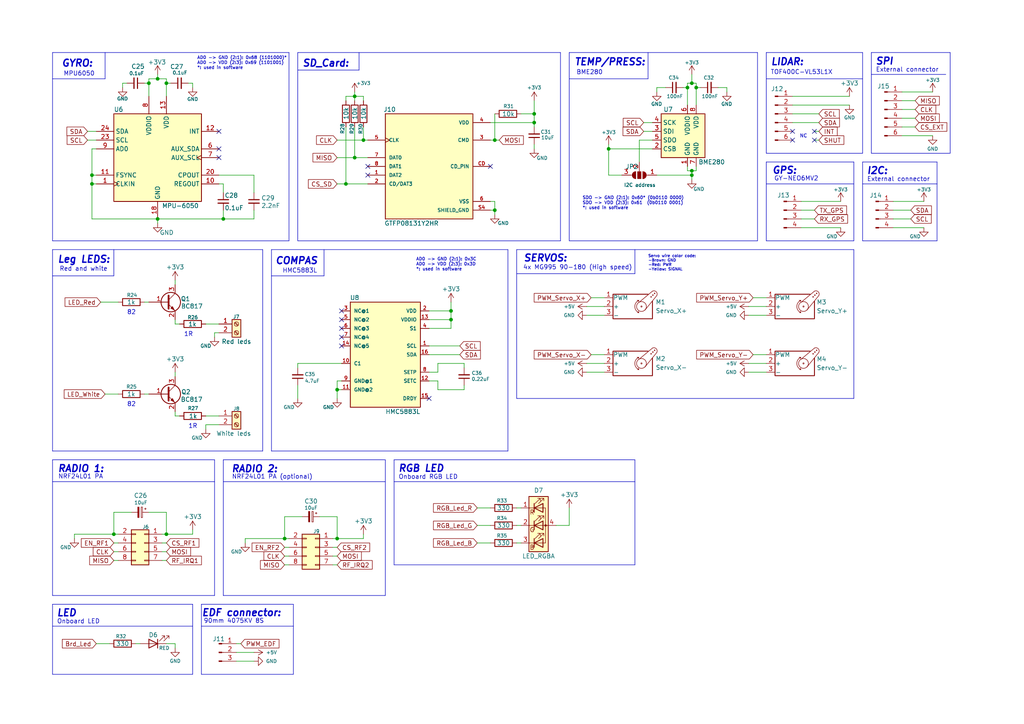
<source format=kicad_sch>
(kicad_sch (version 20231120) (generator "eeschema") (generator_version "8.0")
  (paper "A4")
  (title_block (date "2023-02-15") (rev "2.2"))
  (junction (at 105.41 40.64))
  (junction (at 97.79 156.21))
  (junction (at 201.93 25.4))
  (junction (at 200.66 50.8))
  (junction (at 200.66 24.13))
  (junction (at 26.67 50.8))
  (junction (at 200.66 49.53))
  (junction (at 154.94 33.02))
  (junction (at 100.33 53.34))
  (junction (at 43.18 24.13))
  (junction (at 48.26 154.94))
  (junction (at 176.53 43.18))
  (junction (at 48.26 24.13))
  (junction (at 143.51 40.64))
  (junction (at 26.67 53.34))
  (junction (at 102.87 45.72))
  (junction (at 82.55 156.21))
  (junction (at 143.51 60.96))
  (junction (at 97.79 113.03))
  (junction (at 130.81 92.71))
  (junction (at 154.94 35.56))
  (junction (at 130.81 90.17))
  (junction (at 199.39 25.4))
  (junction (at 102.87 27.94))
  (junction (at 45.72 63.5))
  (junction (at 33.02 154.94))
  (junction (at 64.77 63.5))
  (junction (at 45.72 22.86))
  (no_connect (at 99.06 100.33))
  (no_connect (at 106.68 48.26))
  (no_connect (at 236.22 38.1))
  (no_connect (at 236.22 40.64))
  (no_connect (at 63.5 43.18))
  (no_connect (at 124.46 115.57))
  (no_connect (at 99.06 90.17))
  (no_connect (at 142.24 48.26))
  (no_connect (at 106.68 50.8))
  (no_connect (at 99.06 97.79))
  (no_connect (at 63.5 38.1))
  (no_connect (at 229.87 40.64))
  (no_connect (at 99.06 95.25))
  (no_connect (at 99.06 92.71))
  (no_connect (at 229.87 38.1))
  (no_connect (at 63.5 45.72))
  (wire (pts (xy 232.41 58.42) (xy 243.84 58.42)))
  (wire (pts (xy 154.94 43.18) (xy 154.94 41.91)))
  (wire (pts (xy 62.23 97.79) (xy 62.23 96.52)))
  (wire (pts (xy 161.29 152.4) (xy 165.1 152.4)))
  (wire (pts (xy 50.8 92.71) (xy 50.8 93.98)))
  (wire (pts (xy 190.5 50.8) (xy 200.66 50.8)))
  (polyline (pts (xy 162.56 69.85) (xy 162.56 15.24)))
  (wire (pts (xy 99.06 110.49) (xy 97.79 110.49)))
  (wire (pts (xy 138.43 147.32) (xy 142.24 147.32)))
  (wire (pts (xy 55.88 25.4) (xy 55.88 24.13)))
  (wire (pts (xy 59.69 123.19) (xy 63.5 123.19)))
  (polyline (pts (xy 76.2 130.81) (xy 76.2 72.39)))
  (wire (pts (xy 62.23 96.52) (xy 63.5 96.52)))
  (wire (pts (xy 143.51 40.64) (xy 144.78 40.64)))
  (wire (pts (xy 198.12 25.4) (xy 199.39 25.4)))
  (wire (pts (xy 149.86 147.32) (xy 151.13 147.32)))
  (wire (pts (xy 21.59 154.94) (xy 33.02 154.94)))
  (polyline (pts (xy 222.25 15.24) (xy 222.25 44.45)))
  (wire (pts (xy 26.67 53.34) (xy 27.94 53.34)))
  (wire (pts (xy 130.81 95.25) (xy 130.81 92.71)))
  (polyline (pts (xy 149.86 72.39) (xy 247.65 72.39)))
  (polyline (pts (xy 85.09 181.61) (xy 85.09 195.58)))
  (polyline (pts (xy 83.82 69.85) (xy 15.24 69.85)))
  (wire (pts (xy 100.33 36.83) (xy 100.33 53.34)))
  (wire (pts (xy 48.26 186.69) (xy 50.8 186.69)))
  (wire (pts (xy 68.58 186.69) (xy 69.85 186.69)))
  (wire (pts (xy 55.88 153.67) (xy 55.88 154.94)))
  (wire (pts (xy 26.67 53.34) (xy 26.67 63.5)))
  (wire (pts (xy 199.39 48.26) (xy 199.39 49.53)))
  (wire (pts (xy 154.94 33.02) (xy 154.94 35.56)))
  (wire (pts (xy 21.59 156.21) (xy 21.59 154.94)))
  (wire (pts (xy 33.02 154.94) (xy 34.29 154.94)))
  (wire (pts (xy 102.87 27.94) (xy 105.41 27.94)))
  (polyline (pts (xy 58.42 175.26) (xy 85.09 175.26)))
  (wire (pts (xy 203.2 25.4) (xy 201.93 25.4)))
  (wire (pts (xy 97.79 149.86) (xy 97.79 156.21)))
  (polyline (pts (xy 165.1 15.24) (xy 165.1 69.85)))
  (wire (pts (xy 200.66 21.59) (xy 200.66 24.13)))
  (wire (pts (xy 48.26 154.94) (xy 55.88 154.94)))
  (polyline (pts (xy 114.3 133.35) (xy 184.15 133.35)))
  (wire (pts (xy 229.87 27.94) (xy 246.38 27.94)))
  (polyline (pts (xy 111.76 133.35) (xy 64.77 133.35)))
  (wire (pts (xy 48.26 22.86) (xy 48.26 24.13)))
  (wire (pts (xy 170.18 107.95) (xy 175.26 107.95)))
  (polyline (pts (xy 222.25 53.34) (xy 247.65 53.34)))
  (wire (pts (xy 259.08 60.96) (xy 264.16 60.96)))
  (wire (pts (xy 134.62 111.76) (xy 134.62 113.03)))
  (wire (pts (xy 170.18 105.41) (xy 175.26 105.41)))
  (polyline (pts (xy 93.98 80.01) (xy 93.98 72.39)))
  (polyline (pts (xy 83.82 15.24) (xy 83.82 69.85)))
  (polyline (pts (xy 33.02 80.01) (xy 33.02 72.39)))
  (polyline (pts (xy 219.71 15.24) (xy 219.71 69.85)))
  (polyline (pts (xy 247.65 46.99) (xy 247.65 69.85)))
  (polyline (pts (xy 15.24 130.81) (xy 76.2 130.81)))
  (wire (pts (xy 176.53 43.18) (xy 189.23 43.18)))
  (wire (pts (xy 97.79 40.64) (xy 105.41 40.64)))
  (wire (pts (xy 130.81 90.17) (xy 130.81 87.63)))
  (wire (pts (xy 33.02 148.59) (xy 38.1 148.59)))
  (wire (pts (xy 171.45 102.87) (xy 175.26 102.87)))
  (wire (pts (xy 232.41 63.5) (xy 236.22 63.5)))
  (wire (pts (xy 63.5 50.8) (xy 73.66 50.8)))
  (wire (pts (xy 97.79 110.49) (xy 97.79 113.03)))
  (wire (pts (xy 200.66 49.53) (xy 200.66 50.8)))
  (wire (pts (xy 261.62 31.75) (xy 265.43 31.75)))
  (wire (pts (xy 100.33 53.34) (xy 106.68 53.34)))
  (wire (pts (xy 176.53 43.18) (xy 176.53 50.8)))
  (wire (pts (xy 96.52 163.83) (xy 97.79 163.83)))
  (polyline (pts (xy 15.24 15.24) (xy 15.24 69.85)))
  (wire (pts (xy 200.66 24.13) (xy 199.39 24.13)))
  (wire (pts (xy 185.42 40.64) (xy 189.23 40.64)))
  (polyline (pts (xy 222.25 46.99) (xy 222.25 69.85)))
  (wire (pts (xy 190.5 26.67) (xy 190.5 25.4)))
  (wire (pts (xy 43.18 148.59) (xy 48.26 148.59)))
  (wire (pts (xy 176.53 50.8) (xy 180.34 50.8)))
  (wire (pts (xy 261.62 39.37) (xy 270.51 39.37)))
  (wire (pts (xy 201.93 24.13) (xy 200.66 24.13)))
  (wire (pts (xy 127 113.03) (xy 127 110.49)))
  (polyline (pts (xy 15.24 133.35) (xy 15.24 172.72)))
  (polyline (pts (xy 184.15 79.375) (xy 184.15 72.39)))
  (wire (pts (xy 97.79 156.21) (xy 105.41 156.21)))
  (wire (pts (xy 261.62 29.21) (xy 265.43 29.21)))
  (polyline (pts (xy 187.96 22.86) (xy 187.96 15.24)))
  (wire (pts (xy 201.93 49.53) (xy 201.93 48.26)))
  (polyline (pts (xy 149.86 79.375) (xy 184.15 79.375)))
  (polyline (pts (xy 85.09 181.61) (xy 85.09 175.26)))
  (wire (pts (xy 100.33 27.94) (xy 102.87 27.94)))
  (polyline (pts (xy 149.86 72.39) (xy 149.86 115.57)))
  (wire (pts (xy 151.13 33.02) (xy 154.94 33.02)))
  (wire (pts (xy 105.41 40.64) (xy 106.68 40.64)))
  (wire (pts (xy 201.93 25.4) (xy 201.93 24.13)))
  (polyline (pts (xy 86.36 20.32) (xy 104.14 20.32)))
  (polyline (pts (xy 252.73 15.24) (xy 252.73 44.45)))
  (wire (pts (xy 199.39 25.4) (xy 199.39 30.48)))
  (wire (pts (xy 236.22 40.64) (xy 237.49 40.64)))
  (wire (pts (xy 154.94 29.21) (xy 154.94 33.02)))
  (wire (pts (xy 64.77 53.34) (xy 64.77 55.88)))
  (wire (pts (xy 185.42 40.64) (xy 185.42 46.99)))
  (wire (pts (xy 261.62 34.29) (xy 265.43 34.29)))
  (wire (pts (xy 96.52 161.29) (xy 97.79 161.29)))
  (wire (pts (xy 170.18 91.44) (xy 175.26 91.44)))
  (polyline (pts (xy 165.1 22.86) (xy 187.96 22.86)))
  (wire (pts (xy 138.43 157.48) (xy 142.24 157.48)))
  (wire (pts (xy 97.79 113.03) (xy 99.06 113.03)))
  (polyline (pts (xy 104.14 20.32) (xy 104.14 15.24)))
  (polyline (pts (xy 55.88 195.58) (xy 55.88 175.26)))
  (polyline (pts (xy 247.65 115.57) (xy 149.86 115.57)))
  (polyline (pts (xy 184.15 163.83) (xy 184.15 133.35)))
  (wire (pts (xy 143.51 60.96) (xy 143.51 62.23)))
  (polyline (pts (xy 86.36 15.24) (xy 86.36 69.85)))
  (wire (pts (xy 124.46 100.33) (xy 133.35 100.33)))
  (polyline (pts (xy 15.24 15.24) (xy 83.82 15.24)))
  (wire (pts (xy 33.02 157.48) (xy 34.29 157.48)))
  (wire (pts (xy 127 105.41) (xy 134.62 105.41)))
  (wire (pts (xy 71.12 157.48) (xy 71.12 156.21)))
  (wire (pts (xy 142.24 60.96) (xy 143.51 60.96)))
  (wire (pts (xy 46.99 160.02) (xy 48.26 160.02)))
  (polyline (pts (xy 30.48 22.86) (xy 30.48 15.24)))
  (wire (pts (xy 97.79 53.34) (xy 100.33 53.34)))
  (wire (pts (xy 59.69 124.46) (xy 59.69 123.19)))
  (wire (pts (xy 208.28 25.4) (xy 210.82 25.4)))
  (polyline (pts (xy 165.1 69.85) (xy 219.71 69.85)))
  (polyline (pts (xy 15.24 175.26) (xy 15.24 195.58)))
  (polyline (pts (xy 250.19 46.99) (xy 271.78 46.99)))
  (wire (pts (xy 48.26 154.94) (xy 46.99 154.94)))
  (wire (pts (xy 199.39 49.53) (xy 200.66 49.53)))
  (wire (pts (xy 102.87 26.67) (xy 102.87 27.94)))
  (polyline (pts (xy 78.74 72.39) (xy 147.32 72.39)))
  (wire (pts (xy 63.5 53.34) (xy 64.77 53.34)))
  (wire (pts (xy 105.41 36.83) (xy 105.41 40.64)))
  (polyline (pts (xy 250.19 44.45) (xy 250.19 15.24)))
  (wire (pts (xy 143.51 33.02) (xy 143.51 40.64)))
  (wire (pts (xy 50.8 107.95) (xy 50.8 109.22)))
  (wire (pts (xy 124.46 107.95) (xy 127 107.95)))
  (wire (pts (xy 46.99 157.48) (xy 48.26 157.48)))
  (wire (pts (xy 82.55 161.29) (xy 83.82 161.29)))
  (wire (pts (xy 102.87 36.83) (xy 102.87 45.72)))
  (polyline (pts (xy 62.23 172.72) (xy 62.23 133.35)))
  (wire (pts (xy 26.67 63.5) (xy 45.72 63.5)))
  (polyline (pts (xy 15.24 80.01) (xy 33.02 80.01)))
  (polyline (pts (xy 247.65 69.85) (xy 222.25 69.85)))
  (wire (pts (xy 82.55 158.75) (xy 83.82 158.75)))
  (wire (pts (xy 199.39 24.13) (xy 199.39 25.4)))
  (polyline (pts (xy 58.42 195.58) (xy 85.09 195.58)))
  (wire (pts (xy 142.24 40.64) (xy 143.51 40.64)))
  (wire (pts (xy 43.18 24.13) (xy 43.18 22.86)))
  (wire (pts (xy 171.45 86.36) (xy 175.26 86.36)))
  (wire (pts (xy 45.72 22.86) (xy 48.26 22.86)))
  (polyline (pts (xy 114.3 163.83) (xy 184.15 163.83)))
  (wire (pts (xy 50.8 119.38) (xy 50.8 120.65)))
  (wire (pts (xy 124.46 102.87) (xy 133.35 102.87)))
  (wire (pts (xy 82.55 149.86) (xy 87.63 149.86)))
  (wire (pts (xy 73.66 60.96) (xy 73.66 63.5)))
  (wire (pts (xy 39.37 186.69) (xy 40.64 186.69)))
  (wire (pts (xy 176.53 41.91) (xy 176.53 43.18)))
  (wire (pts (xy 124.46 95.25) (xy 130.81 95.25)))
  (polyline (pts (xy 222.25 15.24) (xy 250.19 15.24)))
  (wire (pts (xy 138.43 152.4) (xy 142.24 152.4)))
  (polyline (pts (xy 15.24 22.86) (xy 30.48 22.86)))
  (wire (pts (xy 130.81 92.71) (xy 130.81 90.17)))
  (wire (pts (xy 142.24 35.56) (xy 154.94 35.56)))
  (polyline (pts (xy 219.71 15.24) (xy 165.1 15.24)))
  (wire (pts (xy 86.36 111.76) (xy 86.36 115.57)))
  (wire (pts (xy 142.24 58.42) (xy 143.51 58.42)))
  (wire (pts (xy 210.82 25.4) (xy 210.82 26.67)))
  (wire (pts (xy 43.18 22.86) (xy 45.72 22.86)))
  (wire (pts (xy 134.62 105.41) (xy 134.62 106.68)))
  (wire (pts (xy 27.94 43.18) (xy 26.67 43.18)))
  (polyline (pts (xy 76.2 72.39) (xy 15.24 72.39)))
  (wire (pts (xy 92.71 149.86) (xy 97.79 149.86)))
  (wire (pts (xy 154.94 35.56) (xy 154.94 36.83)))
  (wire (pts (xy 82.55 163.83) (xy 83.82 163.83)))
  (wire (pts (xy 27.94 186.69) (xy 31.75 186.69)))
  (wire (pts (xy 82.55 156.21) (xy 83.82 156.21)))
  (wire (pts (xy 97.79 113.03) (xy 97.79 115.57)))
  (wire (pts (xy 97.79 45.72) (xy 102.87 45.72)))
  (wire (pts (xy 218.44 102.87) (xy 222.25 102.87)))
  (polyline (pts (xy 86.36 69.85) (xy 162.56 69.85)))
  (wire (pts (xy 25.4 38.1) (xy 27.94 38.1)))
  (wire (pts (xy 26.67 43.18) (xy 26.67 50.8)))
  (polyline (pts (xy 247.65 72.39) (xy 247.65 115.57)))
  (wire (pts (xy 97.79 156.21) (xy 96.52 156.21)))
  (wire (pts (xy 26.67 50.8) (xy 26.67 53.34)))
  (wire (pts (xy 149.86 157.48) (xy 151.13 157.48)))
  (polyline (pts (xy 78.74 80.01) (xy 93.98 80.01)))
  (polyline (pts (xy 15.24 139.7) (xy 62.23 139.7)))
  (polyline (pts (xy 114.3 133.35) (xy 114.3 163.83)))
  (polyline (pts (xy 15.24 172.72) (xy 62.23 172.72)))
  (polyline (pts (xy 58.42 181.61) (xy 85.09 181.61)))
  (wire (pts (xy 64.77 63.5) (xy 73.66 63.5)))
  (wire (pts (xy 217.17 107.95) (xy 222.25 107.95)))
  (wire (pts (xy 30.48 114.3) (xy 34.29 114.3)))
  (wire (pts (xy 48.26 24.13) (xy 49.53 24.13)))
  (wire (pts (xy 229.87 30.48) (xy 246.38 30.48)))
  (wire (pts (xy 68.58 189.23) (xy 73.66 189.23)))
  (wire (pts (xy 50.8 93.98) (xy 52.07 93.98)))
  (wire (pts (xy 105.41 27.94) (xy 105.41 29.21)))
  (wire (pts (xy 102.87 45.72) (xy 106.68 45.72)))
  (wire (pts (xy 149.86 152.4) (xy 151.13 152.4)))
  (polyline (pts (xy 222.25 22.86) (xy 250.19 22.86)))
  (polyline (pts (xy 15.24 195.58) (xy 55.88 195.58)))
  (polyline (pts (xy 252.73 21.59) (xy 274.32 21.59)))
  (wire (pts (xy 200.66 52.07) (xy 200.66 50.8)))
  (wire (pts (xy 71.12 156.21) (xy 82.55 156.21)))
  (wire (pts (xy 33.02 148.59) (xy 33.02 154.94)))
  (wire (pts (xy 232.41 66.04) (xy 243.84 66.04)))
  (wire (pts (xy 170.18 88.9) (xy 175.26 88.9)))
  (polyline (pts (xy 78.74 72.39) (xy 78.74 130.81)))
  (wire (pts (xy 33.02 162.56) (xy 34.29 162.56)))
  (polyline (pts (xy 252.73 44.45) (xy 275.59 44.45)))
  (wire (pts (xy 186.69 38.1) (xy 189.23 38.1)))
  (wire (pts (xy 82.55 149.86) (xy 82.55 156.21)))
  (polyline (pts (xy 222.25 46.99) (xy 247.65 46.99)))
  (wire (pts (xy 86.36 105.41) (xy 99.06 105.41)))
  (wire (pts (xy 200.66 49.53) (xy 201.93 49.53)))
  (wire (pts (xy 50.8 120.65) (xy 52.07 120.65)))
  (wire (pts (xy 236.22 38.1) (xy 237.49 38.1)))
  (polyline (pts (xy 15.24 181.61) (xy 55.88 181.61)))
  (wire (pts (xy 232.41 60.96) (xy 236.22 60.96)))
  (polyline (pts (xy 111.76 172.72) (xy 111.76 133.35)))
  (polyline (pts (xy 250.19 53.34) (xy 271.78 53.34)))
  (wire (pts (xy 201.93 25.4) (xy 201.93 30.48)))
  (wire (pts (xy 261.62 36.83) (xy 265.43 36.83)))
  (polyline (pts (xy 15.24 72.39) (xy 15.24 130.81)))
  (wire (pts (xy 35.56 24.13) (xy 36.83 24.13)))
  (wire (pts (xy 25.4 40.64) (xy 27.94 40.64)))
  (wire (pts (xy 259.08 66.04) (xy 267.97 66.04)))
  (polyline (pts (xy 250.19 46.99) (xy 250.19 69.85)))
  (wire (pts (xy 29.21 87.63) (xy 34.29 87.63)))
  (wire (pts (xy 102.87 27.94) (xy 102.87 29.21)))
  (polyline (pts (xy 250.19 69.85) (xy 271.78 69.85)))
  (wire (pts (xy 48.26 148.59) (xy 48.26 154.94)))
  (wire (pts (xy 261.62 26.67) (xy 270.51 26.67)))
  (wire (pts (xy 127 107.95) (xy 127 105.41)))
  (wire (pts (xy 124.46 90.17) (xy 130.81 90.17)))
  (wire (pts (xy 50.8 186.69) (xy 50.8 187.96)))
  (wire (pts (xy 217.17 105.41) (xy 222.25 105.41)))
  (polyline (pts (xy 15.24 175.26) (xy 55.88 175.26)))
  (wire (pts (xy 127 110.49) (xy 124.46 110.49)))
  (wire (pts (xy 217.17 88.9) (xy 222.25 88.9)))
  (wire (pts (xy 96.52 158.75) (xy 97.79 158.75)))
  (polyline (pts (xy 64.77 172.72) (xy 111.76 172.72)))
  (wire (pts (xy 41.91 87.63) (xy 43.18 87.63)))
  (polyline (pts (xy 162.56 15.24) (xy 86.36 15.24)))
  (polyline (pts (xy 62.23 133.35) (xy 15.24 133.35)))
  (wire (pts (xy 64.77 60.96) (xy 64.77 63.5)))
  (wire (pts (xy 41.91 114.3) (xy 43.18 114.3)))
  (polyline (pts (xy 64.77 133.35) (xy 64.77 172.72)))
  (wire (pts (xy 134.62 113.03) (xy 127 113.03)))
  (polyline (pts (xy 275.59 44.45) (xy 275.59 15.24)))
  (wire (pts (xy 186.69 35.56) (xy 189.23 35.56)))
  (polyline (pts (xy 252.73 15.24) (xy 275.59 15.24)))
  (wire (pts (xy 259.08 58.42) (xy 267.97 58.42)))
  (polyline (pts (xy 271.78 69.85) (xy 271.78 46.99)))
  (wire (pts (xy 45.72 21.59) (xy 45.72 22.86)))
  (wire (pts (xy 43.18 24.13) (xy 43.18 27.94)))
  (wire (pts (xy 48.26 24.13) (xy 48.26 27.94)))
  (wire (pts (xy 54.61 24.13) (xy 55.88 24.13)))
  (wire (pts (xy 35.56 24.13) (xy 35.56 25.4)))
  (wire (pts (xy 73.66 50.8) (xy 73.66 55.88)))
  (wire (pts (xy 27.94 50.8) (xy 26.67 50.8)))
  (wire (pts (xy 68.58 191.77) (xy 73.66 191.77)))
  (wire (pts (xy 59.69 120.65) (xy 63.5 120.65)))
  (polyline (pts (xy 114.3 139.7) (xy 184.15 139.7)))
  (wire (pts (xy 124.46 92.71) (xy 130.81 92.71)))
  (wire (pts (xy 46.99 162.56) (xy 48.26 162.56)))
  (wire (pts (xy 229.87 35.56) (xy 237.49 35.56)))
  (wire (pts (xy 50.8 81.28) (xy 50.8 82.55)))
  (polyline (pts (xy 147.32 72.39) (xy 147.32 130.81)))
  (wire (pts (xy 59.69 93.98) (xy 63.5 93.98)))
  (wire (pts (xy 229.87 33.02) (xy 237.49 33.02)))
  (polyline (pts (xy 64.77 139.7) (xy 111.76 139.7)))
  (wire (pts (xy 41.91 24.13) (xy 43.18 24.13)))
  (wire (pts (xy 190.5 25.4) (xy 193.04 25.4)))
  (wire (pts (xy 86.36 106.68) (xy 86.36 105.41)))
  (polyline (pts (xy 147.32 130.81) (xy 78.74 130.81)))
  (wire (pts (xy 165.1 147.32) (xy 165.1 152.4)))
  (wire (pts (xy 100.33 27.94) (xy 100.33 29.21)))
  (wire (pts (xy 218.44 86.36) (xy 222.25 86.36)))
  (wire (pts (xy 33.02 160.02) (xy 34.29 160.02)))
  (wire (pts (xy 143.51 58.42) (xy 143.51 60.96)))
  (wire (pts (xy 217.17 91.44) (xy 222.25 91.44)))
  (wire (pts (xy 259.08 63.5) (xy 264.16 63.5)))
  (polyline (pts (xy 58.42 175.26) (xy 58.42 195.58)))
  (wire (pts (xy 45.72 63.5) (xy 64.77 63.5)))
  (polyline (pts (xy 222.25 44.45) (xy 250.19 44.45)))
  (wire (pts (xy 45.72 63.5) (xy 45.72 64.77)))
  (wire (pts (xy 105.41 156.21) (xy 105.41 154.94)))
  (text "COMPAS" (at 79.756 76.962 0) (effects (font (size 2 2) (thickness 0.4) (bold yes) (italic yes)) (justify left bottom)))
  (text "Red and white" (at 17.2477 78.8545 0) (effects (font (size 1.27 1.27)) (justify left bottom)))
  (text "Leg LEDS:" (at 16.6127 76.5615 0) (effects (font (size 2 2) (thickness 0.4) (bold yes) (italic yes)) (justify left bottom)))
  (text "GYRO:" (at 17.78 19.685 0) (effects (font (size 2 2) (thickness 0.4) (bold yes) (italic yes)) (justify left bottom)))
  (text "External connector" (at 254.0039 21.0954 0) (effects (font (size 1.27 1.27)) (justify left bottom)))
  (text "90mm 4075KV 8S" (at 59.055 180.975 0) (effects (font (size 1.27 1.27)) (justify left bottom)))
  (text "SPI" (at 253.8608 19.0924 0) (effects (font (size 2 2) (thickness 0.4) (bold yes) (italic yes)) (justify left bottom)))
  (text "1R" (at 53.34 97.79 0) (effects (font (size 1.27 1.27)) (justify left bottom)))
  (text "AD0 -> GND (2:1): 0x3C\nAD0 -> VDD (2:3): 0x3D\n*: used in software" (at 120.65 78.74 0) (effects (font (size 0.9 0.9)) (justify left bottom)))
  (text "I2C:" (at 251.3208 50.8424 0) (effects (font (size 2 2) (thickness 0.4) (bold yes) (italic yes)) (justify left bottom)))
  (text "TOF400C-VL53L1X" (at 223.4847 21.8055 0) (effects (font (size 1.27 1.27)) (justify left bottom)))
  (text "Onboard RGB LED" (at 115.5739 139.2054 0) (effects (font (size 1.27 1.27)) (justify left bottom)))
  (text "GY-NEO6MV2" (at 224.5103 52.6573 0) (effects (font (size 1.27 1.27)) (justify left bottom)))
  (text "TEMP/PRESS:" (at 166.5293 19.3008 0) (effects (font (size 2 2) (thickness 0.4) (bold yes) (italic yes)) (justify left bottom)))
  (text "AD0 -> GND (2:1): 0x68 (1101000)*\nAD0 -> VDD (2:3): 0x69 (1101001)\n*: used in software" (at 57.15 20.32 0) (effects (font (size 0.9 0.9)) (justify left bottom)))
  (text "82" (at 36.83 91.44 0) (effects (font (size 1.27 1.27)) (justify left bottom)))
  (text "SERVOS:\n" (at 151.765 76.2 0) (effects (font (size 2 2) (thickness 0.4) (bold yes) (italic yes)) (justify left bottom)))
  (text "82" (at 36.83 118.11 0) (effects (font (size 1.27 1.27)) (justify left bottom)))
  (text "4x MG995 90-180 (High speed)" (at 151.6896 78.4294 0) (effects (font (size 1.27 1.27)) (justify left bottom)))
  (text "NRF24L01 PA" (at 16.8606 139.0903 0) (effects (font (size 1.27 1.27)) (justify left bottom)))
  (text "LED" (at 16.3708 179.1124 0) (effects (font (size 2 2) (thickness 0.4) (bold yes) (italic yes)) (justify left bottom)))
  (text "RADIO 1:" (at 16.654 137.2745 0) (effects (font (size 2 2) (thickness 0.4) (bold yes) (italic yes)) (justify left bottom)))
  (text "LIDAR:" (at 223.4847 19.2655 0) (effects (font (size 2 2) (thickness 0.4) (bold yes) (italic yes)) (justify left bottom)))
  (text "Onboard LED" (at 16.5139 181.1154 0) (effects (font (size 1.27 1.27)) (justify left bottom)))
  (text "External connector" (at 251.4639 52.8454 0) (effects (font (size 1.27 1.27)) (justify left bottom)))
  (text "NC" (at 231.931 40.1621 0) (effects (font (size 1 1)) (justify left bottom)))
  (text "HMC5883L" (at 81.915 79.375 0) (effects (font (size 1.27 1.27)) (justify left bottom)))
  (text "RGB LED" (at 115.4308 137.2024 0) (effects (font (size 2 2) (thickness 0.4) (bold yes) (italic yes)) (justify left bottom)))
  (text "SD_Card:" (at 87.63 19.685 0) (effects (font (size 2 2) (thickness 0.4) (bold yes) (italic yes)) (justify left bottom)))
  (text "EDF connector:" (at 58.42 179.07 0) (effects (font (size 2 2) (thickness 0.4) (bold yes) (italic yes)) (justify left bottom)))
  (text "NRF24L01 PA (optional)" (at 67.2376 139.1541 0) (effects (font (size 1.27 1.27)) (justify left bottom)))
  (text "Servo wire color code:\n-Brown: GND\n-Red: PWR\n-Yellow: SIGNAL" (at 187.96 78.74 0) (effects (font (size 0.8 0.8)) (justify left bottom)))
  (text "GPS:" (at 223.8753 50.7517 0) (effects (font (size 2 2) (thickness 0.4) (bold yes) (italic yes)) (justify left bottom)))
  (text "SDO -> GND (2:1): 0x60* (0b0110 0000)\nSDO -> VDD (2:3): 0x61  (0b0110 0001)\n*: used in software" (at 168.91 60.96 0) (effects (font (size 0.9 0.9)) (justify left bottom)))
  (text "MPU6050" (at 18.415 22.225 0) (effects (font (size 1.27 1.27)) (justify left bottom)))
  (text "1R" (at 54.61 124.46 0) (effects (font (size 1.27 1.27)) (justify left bottom)))
  (text "BME280" (at 167.1643 21.8408 0) (effects (font (size 1.27 1.27)) (justify left bottom)))
  (text "RADIO 2:" (at 67.031 137.3383 0) (effects (font (size 2 2) (thickness 0.4) (bold yes) (italic yes)) (justify left bottom)))
  (global_label "PWM_Servo_X-" (shape input) (at 171.45 102.87 180) (property "Intersheetrefs" "${INTERSHEET_REFS}" (effects (hide yes))))
  (global_label "SCL" (shape input) (at 133.35 100.33 0) (property "Intersheetrefs" "${INTERSHEET_REFS}" (effects (hide yes))))
  (global_label "RGB_Led_G" (shape input) (at 138.43 152.4 180) (property "Intersheetrefs" "${INTERSHEET_REFS}" (effects (hide yes))))
  (global_label "MISO" (shape input) (at 97.79 45.72 180) (property "Intersheetrefs" "${INTERSHEET_REFS}" (effects (hide yes))))
  (global_label "CS_SD" (shape input) (at 97.79 53.34 180) (property "Intersheetrefs" "${INTERSHEET_REFS}" (effects (hide yes))))
  (global_label "CLK" (shape input) (at 265.43 31.75 0) (property "Intersheetrefs" "${INTERSHEET_REFS}" (effects (hide yes))))
  (global_label "SDA" (shape input) (at 133.35 102.87 0) (property "Intersheetrefs" "${INTERSHEET_REFS}" (effects (hide yes))))
  (global_label "TX_GPS" (shape input) (at 236.22 60.96 0) (property "Intersheetrefs" "${INTERSHEET_REFS}" (effects (hide yes))))
  (global_label "RF_IRQ1" (shape input) (at 48.26 162.56 0) (property "Intersheetrefs" "${INTERSHEET_REFS}" (effects (hide yes))))
  (global_label "SDA" (shape input) (at 186.69 38.1 180) (property "Intersheetrefs" "${INTERSHEET_REFS}" (effects (hide yes))))
  (global_label "EN_RF1" (shape input) (at 33.02 157.48 180) (property "Intersheetrefs" "${INTERSHEET_REFS}" (effects (hide yes))))
  (global_label "CS_EXT" (shape input) (at 265.43 36.83 0) (property "Intersheetrefs" "${INTERSHEET_REFS}" (effects (hide yes))))
  (global_label "MOSI" (shape input) (at 48.26 160.02 0) (property "Intersheetrefs" "${INTERSHEET_REFS}" (effects (hide yes))))
  (global_label "SCL" (shape input) (at 237.49 33.02 0) (property "Intersheetrefs" "${INTERSHEET_REFS}" (effects (hide yes))))
  (global_label "MOSI" (shape input) (at 144.78 40.64 0) (property "Intersheetrefs" "${INTERSHEET_REFS}" (effects (hide yes))))
  (global_label "SCL" (shape input) (at 264.16 63.5 0) (property "Intersheetrefs" "${INTERSHEET_REFS}" (effects (hide yes))))
  (global_label "MISO" (shape input) (at 82.55 163.83 180) (property "Intersheetrefs" "${INTERSHEET_REFS}" (effects (hide yes))))
  (global_label "MISO" (shape input) (at 265.43 29.21 0) (property "Intersheetrefs" "${INTERSHEET_REFS}" (effects (hide yes))))
  (global_label "PWM_Servo_Y-" (shape input) (at 218.44 102.87 180) (property "Intersheetrefs" "${INTERSHEET_REFS}" (effects (hide yes))))
  (global_label "RGB_Led_B" (shape input) (at 138.43 157.48 180) (property "Intersheetrefs" "${INTERSHEET_REFS}" (effects (hide yes))))
  (global_label "LED_White" (shape input) (at 30.48 114.3 180) (property "Intersheetrefs" "${INTERSHEET_REFS}" (effects (hide yes))))
  (global_label "SHUT" (shape input) (at 237.49 40.64 0) (property "Intersheetrefs" "${INTERSHEET_REFS}" (effects (hide yes))))
  (global_label "Brd_Led" (shape input) (at 27.94 186.69 180) (property "Intersheetrefs" "${INTERSHEET_REFS}" (effects (hide yes))))
  (global_label "SDA" (shape input) (at 237.49 35.56 0) (property "Intersheetrefs" "${INTERSHEET_REFS}" (effects (hide yes))))
  (global_label "MISO" (shape input) (at 33.02 162.56 180) (property "Intersheetrefs" "${INTERSHEET_REFS}" (effects (hide yes))))
  (global_label "LED_Red" (shape input) (at 29.21 87.63 180) (property "Intersheetrefs" "${INTERSHEET_REFS}" (effects (hide yes))))
  (global_label "RF_IRQ2" (shape input) (at 97.79 163.83 0) (property "Intersheetrefs" "${INTERSHEET_REFS}" (effects (hide yes))))
  (global_label "INT" (shape input) (at 237.49 38.1 0) (property "Intersheetrefs" "${INTERSHEET_REFS}" (effects (hide yes))))
  (global_label "RGB_Led_R" (shape input) (at 138.43 147.32 180) (property "Intersheetrefs" "${INTERSHEET_REFS}" (effects (hide yes))))
  (global_label "MOSI" (shape input) (at 97.79 161.29 0) (property "Intersheetrefs" "${INTERSHEET_REFS}" (effects (hide yes))))
  (global_label "SDA" (shape input) (at 25.4 38.1 180) (property "Intersheetrefs" "${INTERSHEET_REFS}" (effects (hide yes))))
  (global_label "CLK" (shape input) (at 82.55 161.29 180) (property "Intersheetrefs" "${INTERSHEET_REFS}" (effects (hide yes))))
  (global_label "PWM_Servo_X+" (shape input) (at 171.45 86.36 180) (property "Intersheetrefs" "${INTERSHEET_REFS}" (effects (hide yes))))
  (global_label "PWM_Servo_Y+" (shape input) (at 218.44 86.36 180) (property "Intersheetrefs" "${INTERSHEET_REFS}" (effects (hide yes))))
  (global_label "EN_RF2" (shape input) (at 82.55 158.75 180) (property "Intersheetrefs" "${INTERSHEET_REFS}" (effects (hide yes))))
  (global_label "SCL" (shape input) (at 25.4 40.64 180) (property "Intersheetrefs" "${INTERSHEET_REFS}" (effects (hide yes))))
  (global_label "CLK" (shape input) (at 33.02 160.02 180) (property "Intersheetrefs" "${INTERSHEET_REFS}" (effects (hide yes))))
  (global_label "PWM_EDF" (shape input) (at 69.85 186.69 0) (property "Intersheetrefs" "${INTERSHEET_REFS}" (effects (hide yes))))
  (global_label "SDA" (shape input) (at 264.16 60.96 0) (property "Intersheetrefs" "${INTERSHEET_REFS}" (effects (hide yes))))
  (global_label "MOSI" (shape input) (at 265.43 34.29 0) (property "Intersheetrefs" "${INTERSHEET_REFS}" (effects (hide yes))))
  (global_label "CS_RF1" (shape input) (at 48.26 157.48 0) (property "Intersheetrefs" "${INTERSHEET_REFS}" (effects (hide yes))))
  (global_label "CS_RF2" (shape input) (at 97.79 158.75 0) (property "Intersheetrefs" "${INTERSHEET_REFS}" (effects (hide yes))))
  (global_label "RX_GPS" (shape input) (at 236.22 63.5 0) (property "Intersheetrefs" "${INTERSHEET_REFS}" (effects (hide yes))))
  (global_label "CLK" (shape input) (at 97.79 40.64 180) (property "Intersheetrefs" "${INTERSHEET_REFS}" (effects (hide yes))))
  (global_label "SCL" (shape input) (at 186.69 35.56 180) (property "Intersheetrefs" "${INTERSHEET_REFS}" (effects (hide yes))))
  (symbol (lib_id "power:+3.3V") (at 50.8 81.28 0) (unit 1)
    (property "Reference" "#PWR0102" (effects (hide yes)))
    (property "Value" "+3V3" (at 50.8 77.47 0))
  )
  (symbol (lib_id "power:GND") (at 170.18 107.95 270) (unit 1)
    (property "Reference" "#PWR049" (effects (hide yes)))
    (property "Value" "GND" (at 165.1 107.95 90) (effects (font (size 1 1))))
  )
  (symbol (lib_id "Motor:Motor_Servo") (at 229.87 88.9 0) (unit 1)
    (property "Reference" "M3" (at 236.855 87.63 0) (effects (justify left)))
    (property "Value" "Servo_Y+" (at 236.855 90.17 0) (effects (justify left)))
    (property "Footprint" "Connector_PinHeader_2.54mm:PinHeader_1x03_P2.54mm_Vertical" (effects (hide yes)))
    (property "Datasheet" "http://forums.parallax.com/uploads/attachments/46831/74481.png" (effects (hide yes)))
  )
  (symbol (lib_id "power:+3.3V") (at 154.94 29.21 0) (unit 1)
    (property "Reference" "#PWR057" (effects (hide yes)))
    (property "Value" "+3V3" (at 154.94 25.4 0) (effects (font (size 1 1))))
  )
  (symbol (lib_id "power:+3.3V") (at 45.72 21.59 0) (unit 1)
    (property "Reference" "#PWR037" (effects (hide yes)))
    (property "Value" "+3V3" (at 45.5321 18.0375 0))
  )
  (symbol (lib_id "power:GND") (at 62.23 97.79 0) (unit 1)
    (property "Reference" "#PWR044" (effects (hide yes)))
    (property "Value" "GND" (at 59.69 100.33 0) (effects (font (size 1 1))))
  )
  (symbol (lib_id "Motor:Motor_Servo") (at 229.87 105.41 0) (unit 1)
    (property "Reference" "M4" (at 236.855 104.14 0) (effects (justify left)))
    (property "Value" "Servo_Y-" (at 236.855 106.68 0) (effects (justify left)))
    (property "Footprint" "Connector_PinHeader_2.54mm:PinHeader_1x03_P2.54mm_Vertical" (effects (hide yes)))
    (property "Datasheet" "http://forums.parallax.com/uploads/attachments/46831/74481.png" (effects (hide yes)))
  )
  (symbol (lib_id "Connector:Conn_01x06_Male") (at 224.79 33.02 0) (unit 1)
    (property "Reference" "J12" (at 225.4014 25.771 0))
    (property "Value" "Conn_01x06_Male" (effects (hide yes)))
    (property "Footprint" "Connector_JST:JST_XH_S6B-XH-A-1_1x06_P2.50mm_Horizontal" (effects (hide yes)))
  )
  (symbol (lib_id "Sensor_Motion:MPU-6050") (at 45.72 45.72 0) (unit 1)
    (property "Reference" "U6" (at 33.02 31.75 0) (effects (justify left)))
    (property "Value" "MPU-6050" (at 46.99 59.69 0) (effects (justify left)))
    (property "Footprint" "Sensor_Motion:InvenSense_QFN-24_4x4mm_P0.5mm" (effects (hide yes)))
    (property "Datasheet" "https://store.invensense.com/datasheets/invensense/MPU-6050_DataSheet_V3%204.pdf" (effects (hide yes)))
  )
  (symbol (lib_id "Device:C_Small") (at 205.74 25.4 90) (unit 1)
    (property "Reference" "C32" (at 207.1242 22.5459 90) (effects (font (size 1 1)) (justify left)))
    (property "Value" "100nF" (at 208.28 27.94 90) (effects (font (size 1 1)) (justify left)))
    (property "Footprint" "Capacitor_SMD:C_0603_1608Metric" (effects (hide yes)))
  )
  (symbol (lib_id "Device:R") (at 102.87 33.02 0) (unit 1)
    (property "Reference" "R29" (at 102.0616 38.8883 90) (effects (font (size 1 1)) (justify left)))
    (property "Value" "10k" (at 102.9167 34.73 90) (effects (justify left)))
    (property "Footprint" "Resistor_SMD:R_0603_1608Metric" (effects (hide yes)))
  )
  (symbol (lib_id "Device:R") (at 35.56 186.69 90) (unit 1)
    (property "Reference" "R32" (at 36.6357 184.5863 90) (effects (font (size 1 1)) (justify left)))
    (property "Value" "330" (at 37.465 186.69 90) (effects (justify left)))
    (property "Footprint" "Resistor_SMD:R_0603_1608Metric" (effects (hide yes)))
  )
  (symbol (lib_id "power:GND") (at 50.8 187.96 0) (unit 1)
    (property "Reference" "#PWR067" (effects (hide yes)))
    (property "Value" "GND" (at 50.8157 191.7151 0) (effects (font (size 1 1))))
  )
  (symbol (lib_id "power:GND") (at 154.94 43.18 0) (unit 1)
    (property "Reference" "#PWR058" (effects (hide yes)))
    (property "Value" "GND" (at 157.2461 45.8401 0) (effects (font (size 1 1))))
  )
  (symbol (lib_id "power:+3.3V") (at 50.8 107.95 0) (unit 1)
    (property "Reference" "#PWR0103" (effects (hide yes)))
    (property "Value" "+3V3" (at 50.8 104.14 0))
  )
  (symbol (lib_id "power:GND") (at 170.18 91.44 270) (unit 1)
    (property "Reference" "#PWR047" (effects (hide yes)))
    (property "Value" "GND" (at 165.1 91.44 90) (effects (font (size 1 1))))
  )
  (symbol (lib_id "Device:C_Small") (at 86.36 109.22 180) (unit 1)
    (property "Reference" "C35" (at 91.4364 108.5428 0) (effects (font (size 1 1)) (justify left)))
    (property "Value" "4.7uF" (at 92.71 110.49 0) (effects (font (size 1 1)) (justify left)))
    (property "Footprint" "Capacitor_SMD:C_0603_1608Metric" (effects (hide yes)))
  )
  (symbol (lib_id "Connector_Generic:Conn_02x04_Odd_Even") (at 91.44 158.75 0) (mirror y) (unit 1)
    (property "Reference" "J9" (at 91.7843 154.1011 0) (effects (font (size 1 1))))
    (property "Value" "Conn_02x04_Odd_Even" (effects (hide yes)))
    (property "Footprint" "Connector_PinSocket_2.54mm:PinSocket_2x04_P2.54mm_Vertical" (effects (hide yes)))
  )
  (symbol (lib_id "power:GND") (at 217.17 107.95 270) (unit 1)
    (property "Reference" "#PWR056" (effects (hide yes)))
    (property "Value" "GND" (at 212.09 107.95 90) (effects (font (size 1 1))))
  )
  (symbol (lib_id "power:GND") (at 143.51 62.23 0) (unit 1)
    (property "Reference" "#PWR052" (effects (hide yes)))
    (property "Value" "GND" (at 145.9612 64.7256 0) (effects (font (size 1 1))))
  )
  (symbol (lib_id "Device:R") (at 38.1 114.3 270) (unit 1)
    (property "Reference" "R25" (at 36.6121 112.1744 90) (effects (font (size 1 1)) (justify left)))
    (property "Value" "1k" (at 36.83 114.3 90) (effects (justify left)))
    (property "Footprint" "Resistor_SMD:R_0603_1608Metric" (effects (hide yes)))
  )
  (symbol (lib_id "Device:C_Small") (at 64.77 58.42 0) (unit 1)
    (property "Reference" "C28" (at 65.148 56.6836 0) (effects (justify left)))
    (property "Value" "0.1uF" (at 65.148 60.3081 0) (effects (justify left)))
    (property "Footprint" "Capacitor_SMD:C_0603_1608Metric" (effects (hide yes)))
  )
  (symbol (lib_id "Micro_SD_TF_Holder:GTFP08131Y2HR") (at 124.46 48.26 0) (unit 1)
    (property "Reference" "J10" (at 113.03 31.75 0))
    (property "Value" "GTFP08131Y2HR" (at 119.38 64.77 0))
    (property "Footprint" "MicroSD_slot:AMPHENOL_GTFP08131Y2HR" (effects (hide yes)))
    (property "STANDARD" "Manufacturer Recommendations" (effects (hide yes)))
    (property "MANUFACTURER" "Amphenol" (effects (hide yes)))
    (property "MAXIMUM_PACKAGE_HEIGHT" "1.85 mm" (effects (hide yes)))
    (property "PARTREV" "A" (effects (hide yes)))
  )
  (symbol (lib_id "Device:C_Small") (at 39.37 24.13 270) (unit 1)
    (property "Reference" "C25" (at 38.0713 19.2838 90) (effects (justify left)))
    (property "Value" "0.1uF" (at 37.4649 21.2686 90) (effects (font (size 1 1)) (justify left)))
    (property "Footprint" "Capacitor_SMD:C_0603_1608Metric" (effects (hide yes)))
  )
  (symbol (lib_id "power:+3.3V") (at 130.81 87.63 0) (unit 1)
    (property "Reference" "#PWR076" (effects (hide yes)))
    (property "Value" "+3V3" (at 130.81 83.82 0))
  )
  (symbol (lib_id "power:GND") (at 35.56 25.4 0) (unit 1)
    (property "Reference" "#PWR036" (effects (hide yes)))
    (property "Value" "GND" (at 35.5295 28.6314 0) (effects (font (size 1 1))))
  )
  (symbol (lib_id "Motor:Motor_Servo") (at 182.88 88.9 0) (unit 1)
    (property "Reference" "M1" (at 190.1453 87.6102 0) (effects (justify left)))
    (property "Value" "Servo_X+" (at 190.1453 90.1502 0) (effects (justify left)))
    (property "Footprint" "Connector_PinHeader_2.54mm:PinHeader_1x03_P2.54mm_Vertical" (effects (hide yes)))
    (property "Datasheet" "http://forums.parallax.com/uploads/attachments/46831/74481.png" (effects (hide yes)))
  )
  (symbol (lib_id "power:+3.3V") (at 267.97 58.42 0) (unit 1)
    (property "Reference" "#PWR070" (effects (hide yes)))
    (property "Value" "+3V3" (at 267.9492 54.9722 0) (effects (font (size 1 1))))
  )
  (symbol (lib_id "power:+5V") (at 217.17 88.9 90) (unit 1)
    (property "Reference" "#PWR053" (effects (hide yes)))
    (property "Value" "+5V" (at 212.09 88.9 90) (effects (font (size 1 1))))
  )
  (symbol (lib_id "Transistor_BJT:BC817") (at 48.26 114.3 0) (unit 1)
    (property "Reference" "Q2" (at 52.5448 113.6779 0) (effects (justify left)))
    (property "Value" "BC817" (at 52.4018 115.8589 0) (effects (justify left)))
    (property "Footprint" "Package_TO_SOT_SMD:SOT-23" (effects (hide yes)))
    (property "Datasheet" "https://www.onsemi.com/pub/Collateral/BC818-D.pdf" (effects (hide yes)))
  )
  (symbol (lib_id "Sensor_Pressure:BMP280") (at 199.39 40.64 0) (unit 1)
    (property "Reference" "U7" (at 192.405 31.75 0) (effects (justify left)))
    (property "Value" "BME280" (at 202.565 46.99 0) (effects (justify left)))
    (property "Footprint" "Package_LGA:Bosch_LGA-8_2x2.5mm_P0.65mm_ClockwisePinNumbering" (effects (hide yes)))
    (property "Datasheet" "https://ae-bst.resource.bosch.com/media/_tech/media/datasheets/BST-BMP280-DS001.pdf" (effects (hide yes)))
  )
  (symbol (lib_id "Device:R") (at 146.05 157.48 90) (unit 1)
    (property "Reference" "R35" (at 147.1257 155.3763 90) (effects (font (size 1 1)) (justify left)))
    (property "Value" "330" (at 147.955 157.48 90) (effects (justify left)))
    (property "Footprint" "Resistor_SMD:R_0603_1608Metric" (effects (hide yes)))
  )
  (symbol (lib_id "Device:R") (at 55.88 93.98 90) (unit 1)
    (property "Reference" "R26" (at 57.466 92.0577 90) (effects (font (size 1 1)) (justify left)))
    (property "Value" "1k" (at 57.0391 94.0107 90) (effects (justify left)))
    (property "Footprint" "Resistor_SMD:R_0603_1608Metric" (effects (hide yes)))
  )
  (symbol (lib_id "power:+3.3V") (at 270.51 26.67 0) (unit 1)
    (property "Reference" "#PWR072" (effects (hide yes)))
    (property "Value" "+3V3" (at 270.4892 23.2222 0) (effects (font (size 1 1))))
  )
  (symbol (lib_id "power:+3.3V") (at 246.38 27.94 0) (unit 1)
    (property "Reference" "#PWR0101" (effects (hide yes)))
    (property "Value" "+3V3" (at 246.38 24.13 0))
  )
  (symbol (lib_id "power:GND") (at 71.12 157.48 0) (unit 1)
    (property "Reference" "#PWR045" (effects (hide yes)))
    (property "Value" "GND" (at 68.58 160.02 0) (effects (font (size 1 1))))
  )
  (symbol (lib_id "power:GND") (at 243.84 66.04 0) (unit 1)
    (property "Reference" "#PWR066" (effects (hide yes)))
    (property "Value" "GND" (at 241.3 68.58 0) (effects (font (size 1 1))))
  )
  (symbol (lib_id "power:+3.3V") (at 200.66 21.59 0) (unit 1)
    (property "Reference" "#PWR062" (effects (hide yes)))
    (property "Value" "+3V3" (at 200.6392 18.1422 0) (effects (font (size 1 1))))
  )
  (symbol (lib_id "power:+5V") (at 217.17 105.41 90) (unit 1)
    (property "Reference" "#PWR055" (effects (hide yes)))
    (property "Value" "+5V" (at 212.09 105.41 90) (effects (font (size 1 1))))
  )
  (symbol (lib_id "Device:R") (at 147.32 33.02 270) (unit 1)
    (property "Reference" "R31" (at 145.9753 30.8297 90) (effects (font (size 1 1)) (justify left)))
    (property "Value" "10k" (at 145.61 33.0667 90) (effects (justify left)))
    (property "Footprint" "Resistor_SMD:R_0603_1608Metric" (effects (hide yes)))
  )
  (symbol (lib_id "power:+5V") (at 73.66 189.23 270) (unit 1)
    (property "Reference" "#PWR060" (effects (hide yes)))
    (property "Value" "+5V" (at 78.74 189.23 90) (effects (font (size 1 1))))
  )
  (symbol (lib_id "power:GND") (at 59.69 124.46 0) (unit 1)
    (property "Reference" "#PWR043" (effects (hide yes)))
    (property "Value" "GND" (at 57.15 127 0) (effects (font (size 1 1))))
  )
  (symbol (lib_id "Device:C_Polarized_Small") (at 40.64 148.59 270) (unit 1)
    (property "Reference" "C26" (at 38.8229 143.722 90) (effects (justify left)))
    (property "Value" "10uF" (at 38.9183 145.7886 90) (effects (font (size 1 1)) (justify left)))
    (property "Footprint" "Capacitor_SMD:CP_Elec_4x5.4" (effects (hide yes)))
  )
  (symbol (lib_id "power:+5V") (at 170.18 88.9 90) (unit 1)
    (property "Reference" "#PWR046" (effects (hide yes)))
    (property "Value" "+5V" (at 165.1 88.9 90) (effects (font (size 1 1))))
  )
  (symbol (lib_id "power:GND") (at 73.66 191.77 90) (unit 1)
    (property "Reference" "#PWR061" (effects (hide yes)))
    (property "Value" "GND" (at 78.74 191.77 90) (effects (font (size 1 1))))
  )
  (symbol (lib_id "Connector:Conn_01x06_Male") (at 256.54 31.75 0) (unit 1)
    (property "Reference" "J15" (at 256.238 24.9939 0))
    (property "Value" "Conn_01x06_Male" (effects (hide yes)))
    (property "Footprint" "Connector_PinHeader_2.54mm:PinHeader_1x06_P2.54mm_Vertical" (effects (hide yes)))
  )
  (symbol (lib_id "power:GND") (at 97.79 115.57 0) (unit 1)
    (property "Reference" "#PWR074" (effects (hide yes)))
    (property "Value" "GND" (at 95.25 118.11 0) (effects (font (size 1 1))))
  )
  (symbol (lib_id "Connector:Screw_Terminal_01x02") (at 68.58 120.65 0) (unit 1)
    (property "Reference" "J8" (at 68.5834 118.5451 0) (effects (font (size 1 1))))
    (property "Value" "White leds" (at 67.7868 125.7312 0))
    (property "Footprint" "TerminalBlock_MetzConnect:TerminalBlock_MetzConnect_Type055_RT01502HDWU_1x02_P5.00mm_Horizontal" (effects (hide yes)))
  )
  (symbol (lib_id "Device:C_Small") (at 154.94 39.37 180) (unit 1)
    (property "Reference" "C31" (at 159.8675 38.2625 0) (effects (font (size 1 1)) (justify left)))
    (property "Value" "10uF" (at 160.7652 39.9051 0) (effects (font (size 1 1)) (justify left)))
    (property "Footprint" "Capacitor_SMD:C_0603_1608Metric" (effects (hide yes)))
  )
  (symbol (lib_id "Device:C_Small") (at 52.07 24.13 90) (unit 1)
    (property "Reference" "C27" (at 53.2335 19.3389 90) (effects (justify left)))
    (property "Value" "0.1uF" (at 54.3362 21.1032 90) (effects (font (size 1 1)) (justify left)))
    (property "Footprint" "Capacitor_SMD:C_0603_1608Metric" (effects (hide yes)))
  )
  (symbol (lib_id "power:+3.3V") (at 176.53 41.91 0) (unit 1)
    (property "Reference" "#PWR059" (effects (hide yes)))
    (property "Value" "+3V3" (at 176.5464 38.3735 0) (effects (font (size 1 1))))
  )
  (symbol (lib_id "power:GND") (at 270.51 39.37 0) (unit 1)
    (property "Reference" "#PWR073" (effects (hide yes)))
    (property "Value" "GND" (at 270.51 43.18 0) (effects (font (size 1 1))))
  )
  (symbol (lib_id "Connector:Conn_01x03_Male") (at 63.5 189.23 0) (unit 1)
    (property "Reference" "J11" (at 63.4534 185.3164 0))
    (property "Value" "Conn_01x03_Male" (effects (hide yes)))
    (property "Footprint" "Connector_PinHeader_2.54mm:PinHeader_1x03_P2.54mm_Vertical" (effects (hide yes)))
  )
  (symbol (lib_id "power:GND") (at 190.5 26.67 0) (unit 1)
    (property "Reference" "#PWR040" (effects (hide yes)))
    (property "Value" "GND" (at 190.4531 30.1637 0) (effects (font (size 1 1))))
  )
  (symbol (lib_id "power:GND") (at 200.66 52.07 0) (unit 1)
    (property "Reference" "#PWR063" (effects (hide yes)))
    (property "Value" "GND" (at 202.7054 54.8302 0) (effects (font (size 1 1))))
  )
  (symbol (lib_id "Device:C_Small") (at 195.58 25.4 90) (unit 1)
    (property "Reference" "C34" (at 196.9642 22.5459 90) (effects (font (size 1 1)) (justify left)))
    (property "Value" "100nF" (at 198.12 27.94 90) (effects (font (size 1 1)) (justify left)))
    (property "Footprint" "Capacitor_SMD:C_0603_1608Metric" (effects (hide yes)))
  )
  (symbol (lib_id "Device:R") (at 100.33 33.02 0) (unit 1)
    (property "Reference" "R28" (at 99.3334 38.8557 90) (effects (font (size 1 1)) (justify left)))
    (property "Value" "10k" (at 100.3767 34.73 90) (effects (justify left)))
    (property "Footprint" "Resistor_SMD:R_0603_1608Metric" (effects (hide yes)))
  )
  (symbol (lib_id "Device:C_Polarized_Small") (at 90.17 149.86 270) (unit 1)
    (property "Reference" "C30" (at 88.2606 145.3859 90) (effects (justify left)))
    (property "Value" "10uF" (at 88.2818 147.2935 90) (effects (font (size 1 1)) (justify left)))
    (property "Footprint" "Capacitor_SMD:CP_Elec_4x5.4" (effects (hide yes)))
  )
  (symbol (lib_id "Transistor_BJT:BC817") (at 48.26 87.63 0) (unit 1)
    (property "Reference" "Q1" (at 52.4189 86.6793 0) (effects (justify left)))
    (property "Value" "BC817" (at 52.4547 88.8245 0) (effects (justify left)))
    (property "Footprint" "Package_TO_SOT_SMD:SOT-23" (effects (hide yes)))
    (property "Datasheet" "https://www.onsemi.com/pub/Collateral/BC818-D.pdf" (effects (hide yes)))
  )
  (symbol (lib_id "power:+3.3V") (at 165.1 147.32 0) (unit 1)
    (property "Reference" "#PWR068" (effects (hide yes)))
    (property "Value" "+3V3" (at 165.1 143.51 0))
  )
  (symbol (lib_id "power:GND") (at 86.36 115.57 0) (unit 1)
    (property "Reference" "#PWR075" (effects (hide yes)))
    (property "Value" "GND" (at 83.82 118.11 0) (effects (font (size 1 1))))
  )
  (symbol (lib_id "power:GND") (at 267.97 66.04 0) (unit 1)
    (property "Reference" "#PWR071" (effects (hide yes)))
    (property "Value" "GND" (at 265.43 68.58 0) (effects (font (size 1 1))))
  )
  (symbol (lib_id "Device:R") (at 146.05 147.32 90) (unit 1)
    (property "Reference" "R33" (at 147.1257 145.2163 90) (effects (font (size 1 1)) (justify left)))
    (property "Value" "330" (at 147.955 147.32 90) (effects (justify left)))
    (property "Footprint" "Resistor_SMD:R_0603_1608Metric" (effects (hide yes)))
  )
  (symbol (lib_id "Device:R") (at 38.1 87.63 270) (unit 1)
    (property "Reference" "R24" (at 36.7598 85.5885 90) (effects (font (size 1 1)) (justify left)))
    (property "Value" "1k" (at 36.83 87.63 90) (effects (justify left)))
    (property "Footprint" "Resistor_SMD:R_0603_1608Metric" (effects (hide yes)))
  )
  (symbol (lib_id "Device:C_Small") (at 134.62 109.22 180) (unit 1)
    (property "Reference" "C36" (at 139.8601 108.1993 0) (effects (font (size 1 1)) (justify left)))
    (property "Value" "0.22uF" (at 142.0212 109.9472 0) (effects (font (size 1 1)) (justify left)))
    (property "Footprint" "Capacitor_SMD:C_0603_1608Metric" (effects (hide yes)))
  )
  (symbol (lib_id "power:+3.3V") (at 55.88 153.67 0) (unit 1)
    (property "Reference" "#PWR0104" (effects (hide yes)))
    (property "Value" "+3V3" (at 55.88 149.86 0))
  )
  (symbol (lib_id "power:+3.3V") (at 102.87 26.67 0) (unit 1)
    (property "Reference" "#PWR050" (effects (hide yes)))
    (property "Value" "+3V3" (at 105.41 24.13 0) (effects (font (size 1 1))))
  )
  (symbol (lib_id "Connector_Generic:Conn_02x04_Odd_Even") (at 41.91 157.48 0) (mirror y) (unit 1)
    (property "Reference" "J6" (at 42.2543 152.8311 0) (effects (font (size 1 1))))
    (property "Value" "Conn_02x04_Odd_Even" (effects (hide yes)))
    (property "Footprint" "Connector_PinSocket_2.54mm:PinSocket_2x04_P2.54mm_Vertical" (effects (hide yes)))
  )
  (symbol (lib_id "Device:LED_RGBA") (at 156.21 152.4 0) (unit 1)
    (property "Reference" "D7" (at 156.21 142.24 0))
    (property "Value" "LED_RGBA" (at 156.21 161.29 0))
    (property "Footprint" "LED_SMD:LED_Cree-PLCC4_3.2x2.8mm_CCW" (effects (hide yes)))
  )
  (symbol (lib_id "Connector:Screw_Terminal_01x02") (at 68.58 93.98 0) (unit 1)
    (property "Reference" "J7" (at 68.5352 91.8809 0) (effects (font (size 1 1))))
    (property "Value" "Red leds" (at 68.58 99.06 0))
    (property "Footprint" "TerminalBlock_MetzConnect:TerminalBlock_MetzConnect_Type055_RT01502HDWU_1x02_P5.00mm_Horizontal" (effects (hide yes)))
  )
  (symbol (lib_id "power:GND") (at 246.38 30.48 0) (unit 1)
    (property "Reference" "#PWR069" (effects (hide yes)))
    (property "Value" "GND" (at 246.3925 34.0989 0) (effects (font (size 1 1))))
  )
  (symbol (lib_id "Device:R") (at 146.05 152.4 90) (unit 1)
    (property "Reference" "R34" (at 147.1257 150.2963 90) (effects (font (size 1 1)) (justify left)))
    (property "Value" "330" (at 147.955 152.4 90) (effects (justify left)))
    (property "Footprint" "Resistor_SMD:R_0603_1608Metric" (effects (hide yes)))
  )
  (symbol (lib_id "Connector:Conn_01x04_Male") (at 254 60.96 0) (unit 1)
    (property "Reference" "J14" (at 254.0013 56.6678 0))
    (property "Value" "Conn_01x04_Male" (effects (hide yes)))
    (property "Footprint" "Connector_PinHeader_2.54mm:PinHeader_1x04_P2.54mm_Vertical" (effects (hide yes)))
  )
  (symbol (lib_id "power:GND") (at 210.82 26.67 0) (unit 1)
    (property "Reference" "#PWR064" (effects (hide yes)))
    (property "Value" "GND" (at 210.7731 30.1637 0) (effects (font (size 1 1))))
  )
  (symbol (lib_id "HMC5883L:HMC5883L") (at 111.76 102.87 0) (unit 1)
    (property "Reference" "U8" (at 102.87 86.36 0))
    (property "Value" "HMC5883L" (at 116.84 119.38 0))
    (property "Footprint" "HMC5883L:LPCC-16" (effects (hide yes)))
    (property "SF_ID" "COM-10494" (effects (hide yes)))
    (property "PROD_ID" "IC-10284" (effects (hide yes)))
  )
  (symbol (lib_id "power:+3.3V") (at 105.41 154.94 0) (unit 1)
    (property "Reference" "#PWR0105" (effects (hide yes)))
    (property "Value" "+3V3" (at 105.41 151.13 0))
  )
  (symbol (lib_id "Connector:Conn_01x04_Male") (at 227.33 60.96 0) (unit 1)
    (property "Reference" "J13" (at 227.2189 56.6254 0))
    (property "Value" "Conn_01x04_Male" (effects (hide yes)))
    (property "Footprint" "Connector_JST:JST_XH_S4B-XH-A_1x04_P2.50mm_Horizontal" (effects (hide yes)))
  )
  (symbol (lib_id "power:GND") (at 217.17 91.44 270) (unit 1)
    (property "Reference" "#PWR054" (effects (hide yes)))
    (property "Value" "GND" (at 212.09 91.44 90) (effects (font (size 1 1))))
  )
  (symbol (lib_id "Device:R") (at 105.41 33.02 0) (unit 1)
    (property "Reference" "R30" (at 104.6101 38.9047 90) (effects (font (size 1 1)) (justify left)))
    (property "Value" "10k" (at 105.4567 34.73 90) (effects (justify left)))
    (property "Footprint" "Resistor_SMD:R_0603_1608Metric" (effects (hide yes)))
  )
  (symbol (lib_id "Device:C_Small") (at 73.66 58.42 0) (unit 1)
    (property "Reference" "C29" (at 75.7837 57.4372 0) (effects (justify left)))
    (property "Value" "2.2nF" (at 75.7837 59.6426 0) (effects (justify left)))
    (property "Footprint" "Capacitor_SMD:C_0603_1608Metric" (effects (hide yes)))
  )
  (symbol (lib_id "power:GND") (at 21.59 156.21 0) (unit 1)
    (property "Reference" "#PWR035" (effects (hide yes)))
    (property "Value" "GND" (at 19.05 158.75 0) (effects (font (size 1 1))))
  )
  (symbol (lib_id "Device:R") (at 55.88 120.65 90) (unit 1)
    (property "Reference" "R27" (at 57.5276 118.419 90) (effects (font (size 1 1)) (justify left)))
    (property "Value" "1k" (at 57.2352 120.7043 90) (effects (justify left)))
    (property "Footprint" "Resistor_SMD:R_0603_1608Metric" (effects (hide yes)))
  )
  (symbol (lib_id "Jumper:SolderJumper_3_Open") (at 185.42 50.8 180) (unit 1)
    (property "Reference" "JP2" (at 183.2716 48.3168 0))
    (property "Value" "I2C address" (at 185.5757 53.6514 0) (effects (font (size 1 1))))
    (property "Footprint" "Jumper:SolderJumper-3_P1.3mm_Open_RoundedPad1.0x1.5mm_NumberLabels" (effects (hide yes)))
  )
  (symbol (lib_id "Device:LED") (at 44.45 186.69 180) (unit 1)
    (property "Reference" "D6" (at 44.45 184.15 0))
    (property "Value" "RED" (at 47.625 187.96 0) (effects (font (size 1 1))))
    (property "Footprint" "LED_SMD:LED_0603_1608Metric" (effects (hide yes)))
  )
  (symbol (lib_id "Motor:Motor_Servo") (at 182.88 105.41 0) (unit 1)
    (property "Reference" "M2" (at 190.1453 104.0529 0) (effects (justify left)))
    (property "Value" "Servo_X-" (at 190.1453 106.5929 0) (effects (justify left)))
    (property "Footprint" "Connector_PinHeader_2.54mm:PinHeader_1x03_P2.54mm_Vertical" (effects (hide yes)))
    (property "Datasheet" "http://forums.parallax.com/uploads/attachments/46831/74481.png" (effects (hide yes)))
  )
  (symbol (lib_id "power:GND") (at 45.72 64.77 0) (unit 1)
    (property "Reference" "#PWR038" (effects (hide yes)))
    (property "Value" "GND" (at 48.3465 67.4566 0))
  )
  (symbol (lib_id "power:+5V") (at 170.18 105.41 90) (unit 1)
    (property "Reference" "#PWR048" (effects (hide yes)))
    (property "Value" "+5V" (at 165.1 105.41 90) (effects (font (size 1 1))))
  )
  (symbol (lib_id "power:GND") (at 55.88 25.4 0) (unit 1)
    (property "Reference" "#PWR041" (effects (hide yes)))
    (property "Value" "GND" (at 55.88 28.7661 0) (effects (font (size 1 1))))
  )
  (symbol (lib_id "power:+3.3V") (at 243.84 58.42 0) (unit 1)
    (property "Reference" "#PWR065" (effects (hide yes)))
    (property "Value" "+3V3" (at 243.8192 54.9722 0) (effects (font (size 1 1))))
  )
)
</source>
